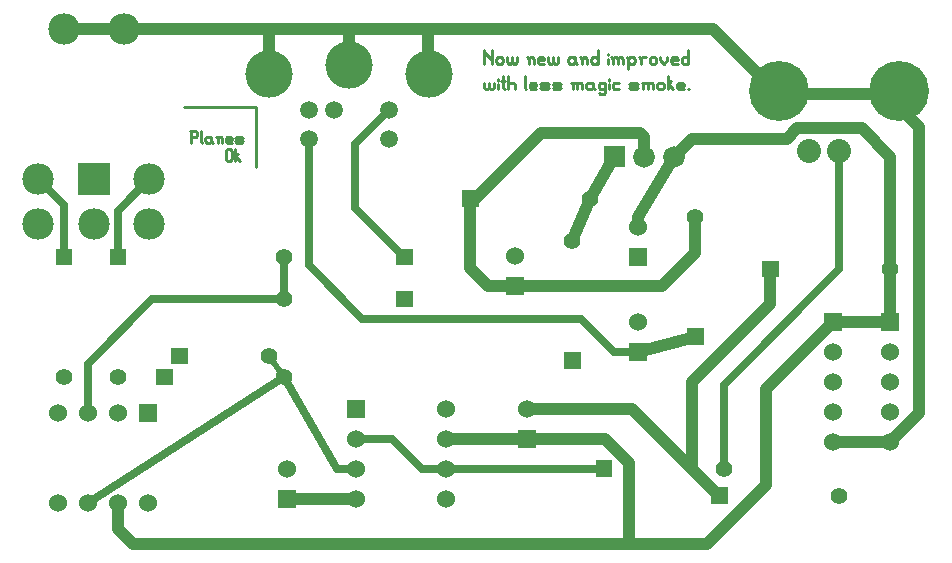
<source format=gbr>
G04 start of page 2 for group 0 idx 0 *
G04 Title: (unknown), component *
G04 Creator: pcb 20110918 *
G04 CreationDate: Tue Dec 24 19:59:21 2013 UTC *
G04 For: fosse *
G04 Format: Gerber/RS-274X *
G04 PCB-Dimensions: 316500 193500 *
G04 PCB-Coordinate-Origin: lower left *
%MOIN*%
%FSLAX25Y25*%
%LNTOP*%
%ADD33C,0.0358*%
%ADD32C,0.0925*%
%ADD31C,0.0650*%
%ADD30C,0.0710*%
%ADD29C,0.0280*%
%ADD28C,0.0380*%
%ADD27C,0.0300*%
%ADD26C,0.0420*%
%ADD25C,0.0320*%
%ADD24C,0.0790*%
%ADD23C,0.0591*%
%ADD22C,0.1575*%
%ADD21C,0.1050*%
%ADD20C,0.0550*%
%ADD19C,0.0600*%
%ADD18C,0.0720*%
%ADD17C,0.0001*%
%ADD16C,0.0800*%
%ADD15C,0.2000*%
%ADD14C,0.0200*%
%ADD13C,0.0100*%
%ADD12C,0.0250*%
%ADD11C,0.0400*%
G54D11*X238500Y181000D02*X22000D01*
X143500D02*Y166008D01*
X143575Y165933D01*
X117000Y169083D02*Y181000D01*
X90425Y165933D02*Y180425D01*
X90500Y180500D01*
G54D12*X119000Y121500D02*Y142736D01*
X130386Y154122D01*
X103614Y144280D02*Y102386D01*
X135500Y105000D02*X119000Y121500D01*
X22000Y105000D02*Y122500D01*
X40000Y120500D02*X50500Y131000D01*
X40000Y105000D02*Y120500D01*
Y105000D02*Y105500D01*
G54D13*X62000Y155000D02*X86000D01*
Y135000D01*
G54D12*X22000Y122500D02*X13500Y131000D01*
G54D11*X213500Y118500D02*X225500Y138500D01*
X232500Y106500D02*Y118500D01*
X174500Y44500D02*X149500D01*
G54D12*X141500Y34500D02*X131500Y44500D01*
X119500D01*
X30000Y23000D02*X95500Y65000D01*
X30000Y53000D02*Y69500D01*
X51500Y91000D01*
X95500D01*
Y105000D02*Y91000D01*
G54D11*X210500Y36500D02*Y10000D01*
X135500Y9500D02*X236500D01*
X176500Y54500D02*X211500D01*
X176500Y44500D02*X202500D01*
X210500Y36500D01*
G54D12*X202000Y34500D02*X141500D01*
X121500Y84500D02*X194500D01*
G54D11*X157500Y101500D02*X163500Y95500D01*
X221500D01*
G54D12*X103614Y102386D02*X121500Y84500D01*
G54D11*X119500Y24500D02*X96500D01*
G54D14*X95500Y65000D02*X90500Y72000D01*
G54D12*X119500Y34500D02*X113000D01*
X95500Y65000D02*X113000Y34500D01*
G54D11*X40000Y23000D02*Y14500D01*
X45000Y9500D01*
X165500D01*
X300500Y159500D02*X260000D01*
X266500Y148000D02*X288000D01*
X260000Y159500D02*X238500Y181000D01*
X231500Y144500D02*X263000D01*
X266500Y148000D01*
X297500Y138500D02*Y83500D01*
X278500D02*X297500D01*
X288000Y148000D02*X297500Y138500D01*
G54D12*X280500Y140500D02*Y101000D01*
G54D11*X278500Y83500D02*X256000Y61000D01*
X300500Y159500D02*Y155000D01*
X307000Y148500D01*
Y53000D01*
X159000Y124500D02*X181000Y146500D01*
X157500Y124500D02*X159000D01*
X191500Y110500D02*X197500Y124500D01*
X213500Y115000D02*Y118500D01*
X181000Y146500D02*X214000D01*
X197500Y124500D02*X205500Y138500D01*
X215500Y145000D02*Y138500D01*
X225500D02*X231500Y144500D01*
X214000Y146500D02*X215500Y145000D01*
X157500Y124500D02*Y101500D01*
X307000Y53000D02*X297500Y43500D01*
X213500Y73500D02*X232500Y78500D01*
X221500Y95500D02*X232500Y106500D01*
G54D12*X213500Y73500D02*X205500D01*
X194500Y84500D01*
G54D11*X257500Y89500D02*Y101000D01*
Y89500D02*X231500Y63500D01*
G54D12*X280500Y101000D02*X242000Y62500D01*
G54D11*X236500Y9500D02*X256000Y29000D01*
X211500Y54500D02*X240500Y25500D01*
X231500Y34500D02*X240500Y25500D01*
X256000Y29000D02*Y61000D01*
X231500Y63500D02*Y34500D01*
G54D12*X242000Y62500D02*Y34500D01*
G54D11*X278500Y43500D02*X297500D01*
G54D13*X64495Y147010D02*Y143050D01*
X64000Y147010D02*X65980D01*
X66475Y146515D01*
Y145525D01*
X65980Y145030D02*X66475Y145525D01*
X64495Y145030D02*X65980D01*
X67663Y147010D02*Y143545D01*
X68158Y143050D01*
X70633Y145030D02*X71128Y144535D01*
X69643Y145030D02*X70633D01*
X69148Y144535D02*X69643Y145030D01*
X69148Y144535D02*Y143545D01*
X69643Y143050D01*
X71128Y145030D02*Y143545D01*
X71623Y143050D01*
X69643D02*X70633D01*
X71128Y143545D01*
X73306Y144535D02*Y143050D01*
Y144535D02*X73801Y145030D01*
X74296D01*
X74791Y144535D01*
Y143050D01*
X72811Y145030D02*X73306Y144535D01*
X76474Y143050D02*X77959D01*
X75979Y143545D02*X76474Y143050D01*
X75979Y144535D02*Y143545D01*
Y144535D02*X76474Y145030D01*
X77464D01*
X77959Y144535D01*
X75979Y144040D02*X77959D01*
Y144535D02*Y144040D01*
X79642Y143050D02*X81127D01*
X81622Y143545D01*
X81127Y144040D02*X81622Y143545D01*
X79642Y144040D02*X81127D01*
X79147Y144535D02*X79642Y144040D01*
X79147Y144535D02*X79642Y145030D01*
X81127D01*
X81622Y144535D01*
X79147Y143545D02*X79642Y143050D01*
X76000Y140515D02*Y137545D01*
Y140515D02*X76495Y141010D01*
X77485D01*
X77980Y140515D01*
Y137545D01*
X77485Y137050D02*X77980Y137545D01*
X76495Y137050D02*X77485D01*
X76000Y137545D02*X76495Y137050D01*
X79168Y141010D02*Y137050D01*
Y138535D02*X80653Y137050D01*
X79168Y138535D02*X80158Y139525D01*
X162000Y173890D02*Y169450D01*
Y173890D02*Y173335D01*
X164775Y170560D01*
Y173890D02*Y169450D01*
X166107Y171115D02*Y170005D01*
Y171115D02*X166662Y171670D01*
X167772D01*
X168327Y171115D01*
Y170005D01*
X167772Y169450D02*X168327Y170005D01*
X166662Y169450D02*X167772D01*
X166107Y170005D02*X166662Y169450D01*
X169659Y171670D02*Y170005D01*
X170214Y169450D01*
X170769D01*
X171324Y170005D01*
Y171670D02*Y170005D01*
X171879Y169450D01*
X172434D01*
X172989Y170005D01*
Y171670D02*Y170005D01*
X176874Y171115D02*Y169450D01*
Y171115D02*X177429Y171670D01*
X177984D01*
X178539Y171115D01*
Y169450D01*
X176319Y171670D02*X176874Y171115D01*
X180426Y169450D02*X182091D01*
X179871Y170005D02*X180426Y169450D01*
X179871Y171115D02*Y170005D01*
Y171115D02*X180426Y171670D01*
X181536D01*
X182091Y171115D01*
X179871Y170560D02*X182091D01*
Y171115D02*Y170560D01*
X183423Y171670D02*Y170005D01*
X183978Y169450D01*
X184533D01*
X185088Y170005D01*
Y171670D02*Y170005D01*
X185643Y169450D01*
X186198D01*
X186753Y170005D01*
Y171670D02*Y170005D01*
X191748Y171670D02*X192303Y171115D01*
X190638Y171670D02*X191748D01*
X190083Y171115D02*X190638Y171670D01*
X190083Y171115D02*Y170005D01*
X190638Y169450D01*
X192303Y171670D02*Y170005D01*
X192858Y169450D01*
X190638D02*X191748D01*
X192303Y170005D01*
X194745Y171115D02*Y169450D01*
Y171115D02*X195300Y171670D01*
X195855D01*
X196410Y171115D01*
Y169450D01*
X194190Y171670D02*X194745Y171115D01*
X199962Y173890D02*Y169450D01*
X199407D02*X199962Y170005D01*
X198297Y169450D02*X199407D01*
X197742Y170005D02*X198297Y169450D01*
X197742Y171115D02*Y170005D01*
Y171115D02*X198297Y171670D01*
X199407D01*
X199962Y171115D01*
X203292Y172780D02*Y172225D01*
Y171115D02*Y169450D01*
X204957Y171115D02*Y169450D01*
Y171115D02*X205512Y171670D01*
X206067D01*
X206622Y171115D01*
Y169450D01*
Y171115D02*X207177Y171670D01*
X207732D01*
X208287Y171115D01*
Y169450D01*
X204402Y171670D02*X204957Y171115D01*
X210174D02*Y167785D01*
X209619Y171670D02*X210174Y171115D01*
X210729Y171670D01*
X211839D01*
X212394Y171115D01*
Y170005D01*
X211839Y169450D02*X212394Y170005D01*
X210729Y169450D02*X211839D01*
X210174Y170005D02*X210729Y169450D01*
X214281Y171115D02*Y169450D01*
Y171115D02*X214836Y171670D01*
X215946D01*
X213726D02*X214281Y171115D01*
X217278D02*Y170005D01*
Y171115D02*X217833Y171670D01*
X218943D01*
X219498Y171115D01*
Y170005D01*
X218943Y169450D02*X219498Y170005D01*
X217833Y169450D02*X218943D01*
X217278Y170005D02*X217833Y169450D01*
X220830Y171670D02*Y170560D01*
X221940Y169450D01*
X223050Y170560D01*
Y171670D02*Y170560D01*
X224937Y169450D02*X226602D01*
X224382Y170005D02*X224937Y169450D01*
X224382Y171115D02*Y170005D01*
Y171115D02*X224937Y171670D01*
X226047D01*
X226602Y171115D01*
X224382Y170560D02*X226602D01*
Y171115D02*Y170560D01*
X230154Y173890D02*Y169450D01*
X229599D02*X230154Y170005D01*
X228489Y169450D02*X229599D01*
X227934Y170005D02*X228489Y169450D01*
X227934Y171115D02*Y170005D01*
Y171115D02*X228489Y171670D01*
X229599D01*
X230154Y171115D01*
X162000Y163170D02*Y161505D01*
X162555Y160950D01*
X163110D01*
X163665Y161505D01*
Y163170D02*Y161505D01*
X164220Y160950D01*
X164775D01*
X165330Y161505D01*
Y163170D02*Y161505D01*
X166662Y164280D02*Y163725D01*
Y162615D02*Y160950D01*
X168327Y165390D02*Y161505D01*
X168882Y160950D01*
X167772Y163725D02*X168882D01*
X169992Y165390D02*Y160950D01*
Y162615D02*X170547Y163170D01*
X171657D01*
X172212Y162615D01*
Y160950D01*
X175542Y165390D02*Y161505D01*
X176097Y160950D01*
X177762D02*X179427D01*
X177207Y161505D02*X177762Y160950D01*
X177207Y162615D02*Y161505D01*
Y162615D02*X177762Y163170D01*
X178872D01*
X179427Y162615D01*
X177207Y162060D02*X179427D01*
Y162615D02*Y162060D01*
X181314Y160950D02*X182979D01*
X183534Y161505D01*
X182979Y162060D02*X183534Y161505D01*
X181314Y162060D02*X182979D01*
X180759Y162615D02*X181314Y162060D01*
X180759Y162615D02*X181314Y163170D01*
X182979D01*
X183534Y162615D01*
X180759Y161505D02*X181314Y160950D01*
X185421D02*X187086D01*
X187641Y161505D01*
X187086Y162060D02*X187641Y161505D01*
X185421Y162060D02*X187086D01*
X184866Y162615D02*X185421Y162060D01*
X184866Y162615D02*X185421Y163170D01*
X187086D01*
X187641Y162615D01*
X184866Y161505D02*X185421Y160950D01*
X191526Y162615D02*Y160950D01*
Y162615D02*X192081Y163170D01*
X192636D01*
X193191Y162615D01*
Y160950D01*
Y162615D02*X193746Y163170D01*
X194301D01*
X194856Y162615D01*
Y160950D01*
X190971Y163170D02*X191526Y162615D01*
X197853Y163170D02*X198408Y162615D01*
X196743Y163170D02*X197853D01*
X196188Y162615D02*X196743Y163170D01*
X196188Y162615D02*Y161505D01*
X196743Y160950D01*
X198408Y163170D02*Y161505D01*
X198963Y160950D01*
X196743D02*X197853D01*
X198408Y161505D01*
X201960Y163170D02*X202515Y162615D01*
X200850Y163170D02*X201960D01*
X200295Y162615D02*X200850Y163170D01*
X200295Y162615D02*Y161505D01*
X200850Y160950D01*
X201960D01*
X202515Y161505D01*
X200295Y159840D02*X200850Y159285D01*
X201960D01*
X202515Y159840D01*
Y163170D02*Y159840D01*
X203847Y164280D02*Y163725D01*
Y162615D02*Y160950D01*
X205512Y163170D02*X207177D01*
X204957Y162615D02*X205512Y163170D01*
X204957Y162615D02*Y161505D01*
X205512Y160950D01*
X207177D01*
X211062D02*X212727D01*
X213282Y161505D01*
X212727Y162060D02*X213282Y161505D01*
X211062Y162060D02*X212727D01*
X210507Y162615D02*X211062Y162060D01*
X210507Y162615D02*X211062Y163170D01*
X212727D01*
X213282Y162615D01*
X210507Y161505D02*X211062Y160950D01*
X215169Y162615D02*Y160950D01*
Y162615D02*X215724Y163170D01*
X216279D01*
X216834Y162615D01*
Y160950D01*
Y162615D02*X217389Y163170D01*
X217944D01*
X218499Y162615D01*
Y160950D01*
X214614Y163170D02*X215169Y162615D01*
X219831D02*Y161505D01*
Y162615D02*X220386Y163170D01*
X221496D01*
X222051Y162615D01*
Y161505D01*
X221496Y160950D02*X222051Y161505D01*
X220386Y160950D02*X221496D01*
X219831Y161505D02*X220386Y160950D01*
X223383Y165390D02*Y160950D01*
Y162615D02*X225048Y160950D01*
X223383Y162615D02*X224493Y163725D01*
X226935Y160950D02*X228600D01*
X226380Y161505D02*X226935Y160950D01*
X226380Y162615D02*Y161505D01*
Y162615D02*X226935Y163170D01*
X228045D01*
X228600Y162615D01*
X226380Y162060D02*X228600D01*
Y162615D02*Y162060D01*
X229932Y160950D02*X230487D01*
G54D15*X260500Y160500D03*
X300500D03*
G54D16*X270500Y140500D03*
X280500D03*
G54D17*G36*
X201900Y142100D02*Y134900D01*
X209100D01*
Y142100D01*
X201900D01*
G37*
G54D18*X215500Y138500D03*
X225500D03*
G54D17*G36*
X188750Y73250D02*Y67750D01*
X194250D01*
Y73250D01*
X188750D01*
G37*
G54D19*X176500Y54500D03*
G54D17*G36*
X199250Y37250D02*Y31750D01*
X204750D01*
Y37250D01*
X199250D01*
G37*
G54D20*X242000Y34500D03*
G54D17*G36*
X237750Y28250D02*Y22750D01*
X243250D01*
Y28250D01*
X237750D01*
G37*
G54D20*X197500Y124500D03*
G54D17*G36*
X210500Y108000D02*Y102000D01*
X216500D01*
Y108000D01*
X210500D01*
G37*
G54D19*X213500Y115000D03*
G54D20*X232500Y118500D03*
G54D17*G36*
X254750Y103750D02*Y98250D01*
X260250D01*
Y103750D01*
X254750D01*
G37*
G36*
X294500Y86500D02*Y80500D01*
X300500D01*
Y86500D01*
X294500D01*
G37*
G36*
X229750Y81250D02*Y75750D01*
X235250D01*
Y81250D01*
X229750D01*
G37*
G36*
X210500Y76500D02*Y70500D01*
X216500D01*
Y76500D01*
X210500D01*
G37*
G54D19*X213500Y83500D03*
G54D17*G36*
X275500Y86500D02*Y80500D01*
X281500D01*
Y86500D01*
X275500D01*
G37*
G54D19*X278500Y73500D03*
X297500D03*
G54D20*Y101000D03*
G54D19*Y63500D03*
Y53500D03*
Y43500D03*
X278500Y63500D03*
Y53500D03*
Y43500D03*
G54D20*X280500Y25500D03*
G54D17*G36*
X93500Y27500D02*Y21500D01*
X99500D01*
Y27500D01*
X93500D01*
G37*
G54D19*X20000Y23000D03*
X30000D03*
X40000D03*
X50000D03*
X119500Y24500D03*
X96500Y34500D03*
X119500Y44500D03*
Y34500D03*
G54D17*G36*
X37250Y107750D02*Y102250D01*
X42750D01*
Y107750D01*
X37250D01*
G37*
G36*
X19250D02*Y102250D01*
X24750D01*
Y107750D01*
X19250D01*
G37*
G54D20*X95500Y105000D03*
Y91000D03*
X40000Y65000D03*
G54D17*G36*
X57750Y74750D02*Y69250D01*
X63250D01*
Y74750D01*
X57750D01*
G37*
G54D20*X90500Y72000D03*
X22000Y65000D03*
G54D17*G36*
X52750Y67750D02*Y62250D01*
X58250D01*
Y67750D01*
X52750D01*
G37*
G54D20*X95500Y65000D03*
G54D21*X13500Y116000D03*
X32000D03*
X50500D03*
G54D17*G36*
X47000Y56000D02*Y50000D01*
X53000D01*
Y56000D01*
X47000D01*
G37*
G54D19*X40000Y53000D03*
X30000D03*
X20000D03*
G54D17*G36*
X116500Y57500D02*Y51500D01*
X122500D01*
Y57500D01*
X116500D01*
G37*
G54D21*X22000Y181000D03*
X42000D03*
G54D17*G36*
X26750Y136250D02*Y125750D01*
X37250D01*
Y136250D01*
X26750D01*
G37*
G54D21*X50500Y131000D03*
X13500D03*
G54D22*X117000Y169083D03*
X90425Y165933D03*
G54D23*X103614Y144280D03*
X111882Y154122D03*
X103614D03*
G54D22*X143575Y165933D03*
G54D23*X130386Y154122D03*
Y144280D03*
G54D20*X191500Y110500D03*
G54D17*G36*
X169500Y98500D02*Y92500D01*
X175500D01*
Y98500D01*
X169500D01*
G37*
G54D19*X172500Y105500D03*
G54D17*G36*
X154750Y127250D02*Y121750D01*
X160250D01*
Y127250D01*
X154750D01*
G37*
G36*
X173500Y47500D02*Y41500D01*
X179500D01*
Y47500D01*
X173500D01*
G37*
G54D19*X149500Y24500D03*
Y34500D03*
Y44500D03*
Y54500D03*
G54D17*G36*
X132750Y107750D02*Y102250D01*
X138250D01*
Y107750D01*
X132750D01*
G37*
G36*
Y93750D02*Y88250D01*
X138250D01*
Y93750D01*
X132750D01*
G37*
G54D24*G54D25*G54D26*G54D27*G54D28*G54D27*G54D28*G54D27*G54D28*G54D27*G54D29*G54D27*G54D29*G54D27*G54D30*G54D29*G54D31*G54D30*G54D32*G54D33*G54D32*G54D33*G54D27*G54D29*G54D27*M02*

</source>
